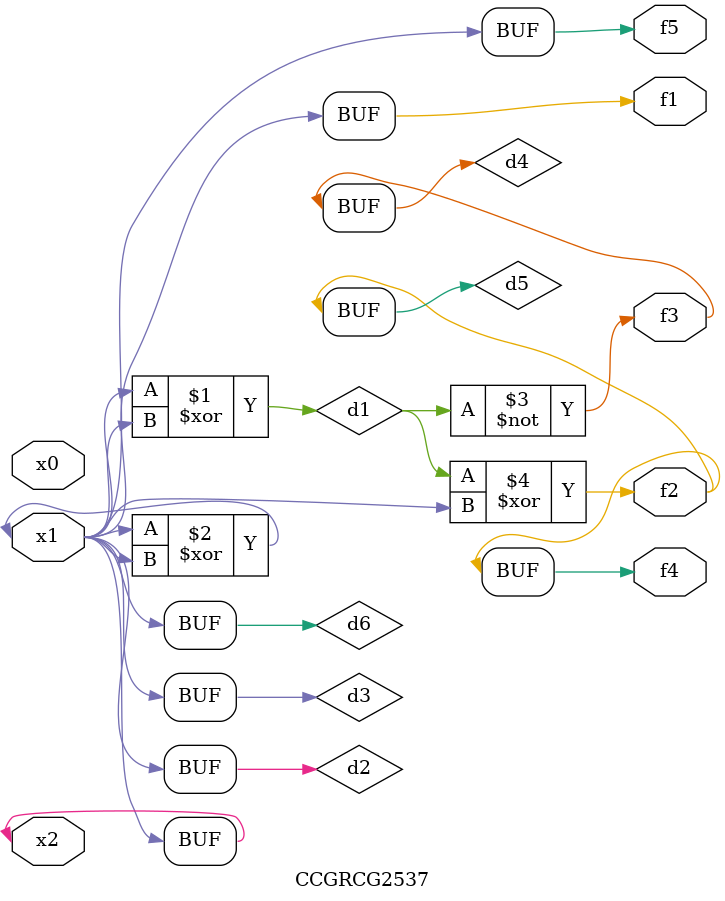
<source format=v>
module CCGRCG2537(
	input x0, x1, x2,
	output f1, f2, f3, f4, f5
);

	wire d1, d2, d3, d4, d5, d6;

	xor (d1, x1, x2);
	buf (d2, x1, x2);
	xor (d3, x1, x2);
	nor (d4, d1);
	xor (d5, d1, d2);
	buf (d6, d2, d3);
	assign f1 = d6;
	assign f2 = d5;
	assign f3 = d4;
	assign f4 = d5;
	assign f5 = d6;
endmodule

</source>
